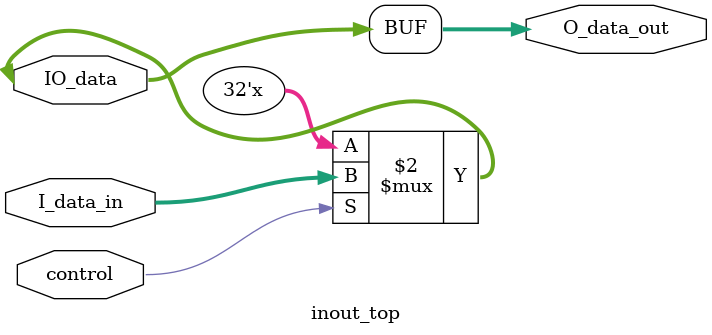
<source format=v>
`timescale 1ns / 1ps


module inout_top(
           input[31:0] I_data_in,
           inout[31:0] IO_data,
           output[31:0] O_data_out,
           input wire control
       );

assign IO_data = (control==1'b1)? I_data_in : 32'bz;
assign O_data_out = IO_data;

endmodule

</source>
